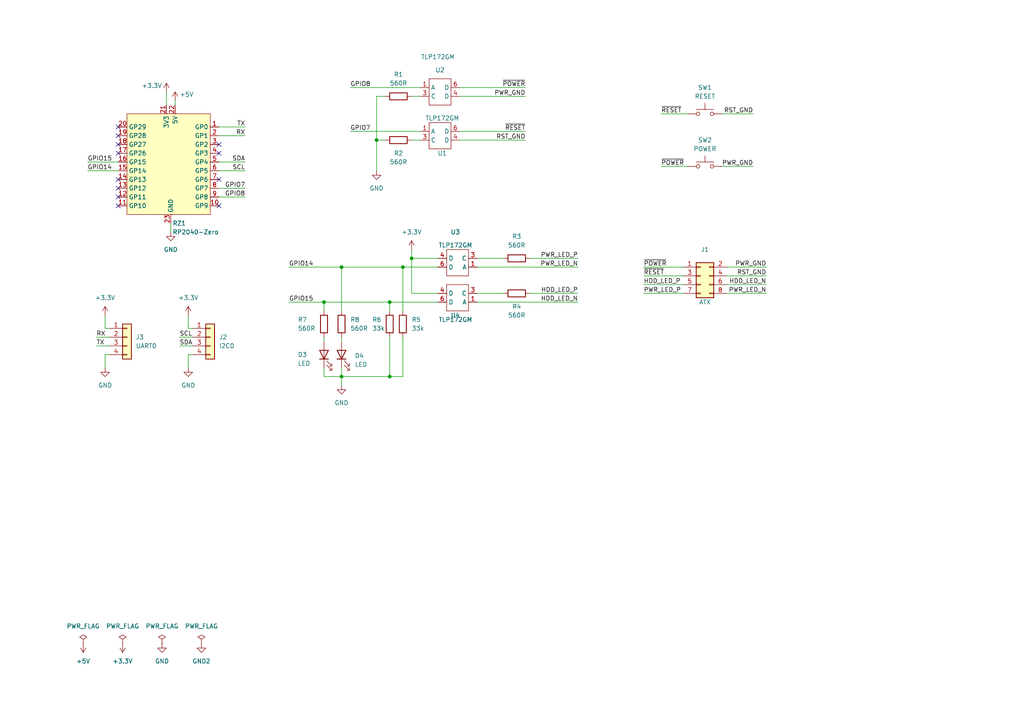
<source format=kicad_sch>
(kicad_sch (version 20230121) (generator eeschema)
  (paper "A4")
  (title_block (title "USB-ATX-CTRL") (date "2023-01-25") (rev "1.1") (comment 1 "R5 and R6 can be omitted if the internal pull-downs are enabled in the firmware"))
  (lib_symbols
    (symbol "000:RP2040-Zero"
      (property "Reference" "RZ" (at 0 0 0))
      (property "Value" "RP2040-Zero" (at 0 -2.54 0))
      (symbol "RP2040-Zero_0_1"
        (rectangle (start -11.43 -15.24) (end 12.7 13.97) (fill (type background)))
      )
      (symbol "RP2040-Zero_1_1"
        (pin bidirectional line (at -13.97 10.16 0) (length 2.54) (name "GP0") (number "1"))
        (pin bidirectional line (at -13.97 -12.7 0) (length 2.54) (name "GP9") (number "10"))
        (pin bidirectional line (at 15.24 -12.7 180) (length 2.54) (name "GP10") (number "11"))
        (pin bidirectional line (at 15.24 -10.16 180) (length 2.54) (name "GP11") (number "12"))
        (pin bidirectional line (at 15.24 -7.62 180) (length 2.54) (name "GP12") (number "13"))
        (pin bidirectional line (at 15.24 -5.08 180) (length 2.54) (name "GP13") (number "14"))
        (pin bidirectional line (at 15.24 -2.54 180) (length 2.54) (name "GP14") (number "15"))
        (pin bidirectional line (at 15.24 0 180) (length 2.54) (name "GP15") (number "16"))
        (pin bidirectional line (at 15.24 2.54 180) (length 2.54) (name "GP26") (number "17"))
        (pin bidirectional line (at 15.24 5.08 180) (length 2.54) (name "GP27") (number "18"))
        (pin bidirectional line (at 15.24 7.62 180) (length 2.54) (name "GP28") (number "19"))
        (pin bidirectional line (at -13.97 7.62 0) (length 2.54) (name "GP1") (number "2"))
        (pin bidirectional line (at 15.24 10.16 180) (length 2.54) (name "GP29") (number "20"))
        (pin power_in line (at 1.27 16.51 270) (length 2.54) (name "3V3") (number "21"))
        (pin power_in line (at -1.27 16.51 270) (length 2.54) (name "5V") (number "22"))
        (pin power_in line (at 0 -17.78 90) (length 2.54) (name "GND") (number "23"))
        (pin bidirectional line (at -13.97 5.08 0) (length 2.54) (name "GP2") (number "3"))
        (pin bidirectional line (at -13.97 2.54 0) (length 2.54) (name "GP3") (number "4"))
        (pin bidirectional line (at -13.97 0 0) (length 2.54) (name "GP4") (number "5"))
        (pin bidirectional line (at -13.97 -2.54 0) (length 2.54) (name "GP5") (number "6"))
        (pin bidirectional line (at -13.97 -5.08 0) (length 2.54) (name "GP6") (number "7"))
        (pin bidirectional line (at -13.97 -7.62 0) (length 2.54) (name "GP7") (number "8"))
        (pin bidirectional line (at -13.97 -10.16 0) (length 2.54) (name "GP8") (number "9"))
      )
    )
    (symbol "000:TLP172GM"
      (property "Reference" "U" (at 0 1.27 0))
      (property "Value" "TLP172GM" (at 0 -1.27 0))
      (symbol "TLP172GM_0_1"
        (rectangle (start -3.81 -2.54) (end 2.54 -10.16))
      )
      (symbol "TLP172GM_1_1"
        (pin input line (at -6.35 -5.08 0) (length 2.54) (name "A") (number "1"))
        (pin input line (at -6.35 -7.62 0) (length 2.54) (name "C") (number "3"))
        (pin output line (at 5.08 -7.62 180) (length 2.54) (name "D") (number "4"))
        (pin output line (at 5.08 -5.08 180) (length 2.54) (name "D") (number "6"))
      )
    )
    (symbol "Connector_Generic:Conn_01x04" (pin_names (offset 1.016) hide)
      (property "Reference" "J" (at 0 5.08 0))
      (property "Value" "Conn_01x04" (at 0 -7.62 0))
      (symbol "Conn_01x04_1_1"
        (rectangle (start -1.27 -4.953) (end 0 -5.207) (stroke (width 0.1524)))
        (rectangle (start -1.27 -2.413) (end 0 -2.667) (stroke (width 0.1524)))
        (rectangle (start -1.27 0.127) (end 0 -0.127) (stroke (width 0.1524)))
        (rectangle (start -1.27 2.667) (end 0 2.413) (stroke (width 0.1524)))
        (rectangle (start -1.27 3.81) (end 1.27 -6.35) (stroke (width 0.254)) (fill (type background)))
        (pin passive line (at -5.08 2.54 0) (length 3.81) (name "Pin_1") (number "1"))
        (pin passive line (at -5.08 0 0) (length 3.81) (name "Pin_2") (number "2"))
        (pin passive line (at -5.08 -2.54 0) (length 3.81) (name "Pin_3") (number "3"))
        (pin passive line (at -5.08 -5.08 0) (length 3.81) (name "Pin_4") (number "4"))
      )
    )
    (symbol "Connector_Generic:Conn_02x04_Odd_Even" (pin_names (offset 1.016) hide)
      (property "Reference" "J" (at 1.27 5.08 0))
      (property "Value" "Conn_02x04_Odd_Even" (at 1.27 -7.62 0))
      (symbol "Conn_02x04_Odd_Even_1_1"
        (rectangle (start -1.27 -4.953) (end 0 -5.207) (stroke (width 0.1524)))
        (rectangle (start -1.27 -2.413) (end 0 -2.667) (stroke (width 0.1524)))
        (rectangle (start -1.27 0.127) (end 0 -0.127) (stroke (width 0.1524)))
        (rectangle (start -1.27 2.667) (end 0 2.413) (stroke (width 0.1524)))
        (rectangle (start -1.27 3.81) (end 3.81 -6.35) (stroke (width 0.254)) (fill (type background)))
        (rectangle (start 3.81 -4.953) (end 2.54 -5.207) (stroke (width 0.1524)))
        (rectangle (start 3.81 -2.413) (end 2.54 -2.667) (stroke (width 0.1524)))
        (rectangle (start 3.81 0.127) (end 2.54 -0.127) (stroke (width 0.1524)))
        (rectangle (start 3.81 2.667) (end 2.54 2.413) (stroke (width 0.1524)))
        (pin passive line (at -5.08 2.54 0) (length 3.81) (name "Pin_1") (number "1"))
        (pin passive line (at 7.62 2.54 180) (length 3.81) (name "Pin_2") (number "2"))
        (pin passive line (at -5.08 0 0) (length 3.81) (name "Pin_3") (number "3"))
        (pin passive line (at 7.62 0 180) (length 3.81) (name "Pin_4") (number "4"))
        (pin passive line (at -5.08 -2.54 0) (length 3.81) (name "Pin_5") (number "5"))
        (pin passive line (at 7.62 -2.54 180) (length 3.81) (name "Pin_6") (number "6"))
        (pin passive line (at -5.08 -5.08 0) (length 3.81) (name "Pin_7") (number "7"))
        (pin passive line (at 7.62 -5.08 180) (length 3.81) (name "Pin_8") (number "8"))
      )
    )
    (symbol "Device:LED" (pin_numbers hide) (pin_names (offset 1.016) hide)
      (property "Reference" "D" (at 0 2.54 0))
      (property "Value" "LED" (at 0 -2.54 0))
      (symbol "LED_0_1"
        (polyline (pts (xy -1.27 -1.27) (xy -1.27 1.27)) (stroke (width 0.254)))
        (polyline (pts (xy -1.27 0) (xy 1.27 0)))
        (polyline (pts (xy 1.27 -1.27) (xy 1.27 1.27) (xy -1.27 0) (xy 1.27 -1.27)) (stroke (width 0.254)))
        (polyline (pts (xy -3.048 -0.762) (xy -4.572 -2.286) (xy -3.81 -2.286) (xy -4.572 -2.286) (xy -4.572 -1.524)))
        (polyline (pts (xy -1.778 -0.762) (xy -3.302 -2.286) (xy -2.54 -2.286) (xy -3.302 -2.286) (xy -3.302 -1.524)))
      )
      (symbol "LED_1_1"
        (pin passive line (at -3.81 0 0) (length 2.54) (name "K") (number "1"))
        (pin passive line (at 3.81 0 180) (length 2.54) (name "A") (number "2"))
      )
    )
    (symbol "Device:R" (pin_numbers hide) (pin_names (offset 0))
      (property "Reference" "R" (at 2.032 0 90))
      (property "Value" "R" (at 0 0 90))
      (symbol "R_0_1"
        (rectangle (start -1.016 -2.54) (end 1.016 2.54) (stroke (width 0.254)))
      )
      (symbol "R_1_1"
        (pin passive line (at 0 3.81 270) (length 1.27) (name "~") (number "1"))
        (pin passive line (at 0 -3.81 90) (length 1.27) (name "~") (number "2"))
      )
    )
    (symbol "Switch:SW_Push" (pin_numbers hide) (pin_names (offset 1.016) hide)
      (property "Reference" "SW" (at 1.27 2.54 0))
      (property "Value" "SW_Push" (at 0 -1.524 0))
      (symbol "SW_Push_0_1"
        (circle (center -2.032 0) (radius 0.508))
        (polyline (pts (xy 0 1.27) (xy 0 3.048)))
        (polyline (pts (xy 2.54 1.27) (xy -2.54 1.27)))
        (circle (center 2.032 0) (radius 0.508))
        (pin passive line (at -5.08 0 0) (length 2.54) (name "1") (number "1"))
        (pin passive line (at 5.08 0 180) (length 2.54) (name "2") (number "2"))
      )
    )
    (symbol "power:+3.3V" (power) (pin_names (offset 0))
      (property "Value" "+3.3V" (at 0 3.556 0))
      (symbol "+3.3V_0_1"
        (polyline (pts (xy -0.762 1.27) (xy 0 2.54)))
        (polyline (pts (xy 0 0) (xy 0 2.54)))
        (polyline (pts (xy 0 2.54) (xy 0.762 1.27)))
      )
      (symbol "+3.3V_1_1"
        (pin power_in line (at 0 0 90) (length 0) hide (name "+3.3V") (number "1"))
      )
    )
    (symbol "power:+5V" (power) (pin_names (offset 0))
      (property "Value" "+5V" (at 0 3.556 0))
      (symbol "+5V_0_1"
        (polyline (pts (xy -0.762 1.27) (xy 0 2.54)))
        (polyline (pts (xy 0 0) (xy 0 2.54)))
        (polyline (pts (xy 0 2.54) (xy 0.762 1.27)))
      )
      (symbol "+5V_1_1"
        (pin power_in line (at 0 0 90) (length 0) hide (name "+5V") (number "1"))
      )
    )
    (symbol "power:GND" (power) (pin_names (offset 0))
      (property "Value" "GND" (at 0 -3.81 0))
      (symbol "GND_0_1"
        (polyline (pts (xy 0 0) (xy 0 -1.27) (xy 1.27 -1.27) (xy 0 -2.54) (xy -1.27 -1.27) (xy 0 -1.27)))
      )
      (symbol "GND_1_1"
        (pin power_in line (at 0 0 270) (length 0) hide (name "GND") (number "1"))
      )
    )
    (symbol "power:GND2" (power) (pin_names (offset 0))
      (property "Value" "GND2" (at 0 -3.81 0))
      (symbol "GND2_0_1"
        (polyline (pts (xy 0 0) (xy 0 -1.27) (xy 1.27 -1.27) (xy 0 -2.54) (xy -1.27 -1.27) (xy 0 -1.27)))
      )
      (symbol "GND2_1_1"
        (pin power_in line (at 0 0 270) (length 0) hide (name "GND2") (number "1"))
      )
    )
    (symbol "power:PWR_FLAG" (power) (pin_numbers hide) (pin_names (offset 0) hide)
      (property "Value" "PWR_FLAG" (at 0 3.81 0))
      (symbol "PWR_FLAG_0_0"
        (pin power_out line (at 0 0 90) (length 0) (name "pwr") (number "1"))
      )
      (symbol "PWR_FLAG_0_1"
        (polyline (pts (xy 0 0) (xy 0 1.27) (xy -1.016 1.905) (xy 0 2.54) (xy 1.016 1.905) (xy 0 1.27)))
      )
    )
  )
  (junction (at 113.03 87.63))
  (junction (at 109.22 40.64))
  (junction (at 99.06 109.22))
  (junction (at 99.06 77.47))
  (junction (at 113.03 109.22))
  (junction (at 93.98 87.63))
  (junction (at 119.38 74.93))
  (junction (at 116.84 77.47))
  (no_connect (at 63.5 41.91))
  (no_connect (at 63.5 44.45))
  (no_connect (at 34.29 59.69))
  (no_connect (at 34.29 41.91))
  (no_connect (at 34.29 54.61))
  (no_connect (at 34.29 44.45))
  (no_connect (at 34.29 57.15))
  (no_connect (at 34.29 36.83))
  (no_connect (at 63.5 59.69))
  (no_connect (at 34.29 39.37))
  (no_connect (at 34.29 52.07))
  (no_connect (at 63.5 52.07))
  (wire (pts (xy 55.88 102.87) (xy 54.61 102.87)))
  (wire (pts (xy 138.43 85.09) (xy 146.05 85.09)))
  (wire (pts (xy 109.22 40.64) (xy 111.76 40.64)))
  (wire (pts (xy 54.61 102.87) (xy 54.61 106.68)))
  (wire (pts (xy 50.8 29.21) (xy 50.8 30.48)))
  (wire (pts (xy 210.82 85.09) (xy 222.25 85.09)))
  (wire (pts (xy 25.4 46.99) (xy 34.29 46.99)))
  (wire (pts (xy 101.6 38.1) (xy 121.92 38.1)))
  (wire (pts (xy 27.94 97.79) (xy 31.75 97.79)))
  (wire (pts (xy 191.77 33.02) (xy 199.39 33.02)))
  (wire (pts (xy 30.48 91.44) (xy 30.48 95.25)))
  (wire (pts (xy 210.82 77.47) (xy 222.25 77.47)))
  (wire (pts (xy 54.61 91.44) (xy 54.61 95.25)))
  (wire (pts (xy 119.38 85.09) (xy 127 85.09)))
  (wire (pts (xy 210.82 80.01) (xy 222.25 80.01)))
  (wire (pts (xy 30.48 95.25) (xy 31.75 95.25)))
  (wire (pts (xy 191.77 48.26) (xy 199.39 48.26)))
  (wire (pts (xy 119.38 74.93) (xy 127 74.93)))
  (wire (pts (xy 138.43 87.63) (xy 167.64 87.63)))
  (wire (pts (xy 113.03 87.63) (xy 113.03 90.17)))
  (wire (pts (xy 83.82 87.63) (xy 93.98 87.63)))
  (wire (pts (xy 25.4 49.53) (xy 34.29 49.53)))
  (wire (pts (xy 99.06 77.47) (xy 99.06 90.17)))
  (wire (pts (xy 186.69 85.09) (xy 198.12 85.09)))
  (wire (pts (xy 138.43 77.47) (xy 167.64 77.47)))
  (wire (pts (xy 30.48 102.87) (xy 30.48 106.68)))
  (wire (pts (xy 116.84 109.22) (xy 113.03 109.22)))
  (wire (pts (xy 52.07 97.79) (xy 55.88 97.79)))
  (wire (pts (xy 119.38 72.39) (xy 119.38 74.93)))
  (wire (pts (xy 83.82 77.47) (xy 99.06 77.47)))
  (wire (pts (xy 63.5 39.37) (xy 71.12 39.37)))
  (wire (pts (xy 116.84 97.79) (xy 116.84 109.22)))
  (wire (pts (xy 116.84 77.47) (xy 127 77.47)))
  (wire (pts (xy 99.06 77.47) (xy 116.84 77.47)))
  (wire (pts (xy 27.94 100.33) (xy 31.75 100.33)))
  (wire (pts (xy 31.75 102.87) (xy 30.48 102.87)))
  (wire (pts (xy 116.84 77.47) (xy 116.84 90.17)))
  (wire (pts (xy 52.07 100.33) (xy 55.88 100.33)))
  (wire (pts (xy 109.22 40.64) (xy 109.22 49.53)))
  (wire (pts (xy 119.38 74.93) (xy 119.38 85.09)))
  (wire (pts (xy 133.35 38.1) (xy 152.4 38.1)))
  (wire (pts (xy 99.06 109.22) (xy 113.03 109.22)))
  (wire (pts (xy 63.5 57.15) (xy 71.12 57.15)))
  (wire (pts (xy 63.5 46.99) (xy 71.12 46.99)))
  (wire (pts (xy 133.35 40.64) (xy 152.4 40.64)))
  (wire (pts (xy 101.6 25.4) (xy 121.92 25.4)))
  (wire (pts (xy 99.06 106.68) (xy 99.06 109.22)))
  (wire (pts (xy 186.69 80.01) (xy 198.12 80.01)))
  (wire (pts (xy 119.38 40.64) (xy 121.92 40.64)))
  (wire (pts (xy 113.03 87.63) (xy 127 87.63)))
  (wire (pts (xy 93.98 87.63) (xy 113.03 87.63)))
  (wire (pts (xy 93.98 106.68) (xy 93.98 109.22)))
  (wire (pts (xy 153.67 85.09) (xy 167.64 85.09)))
  (wire (pts (xy 138.43 74.93) (xy 146.05 74.93)))
  (wire (pts (xy 209.55 33.02) (xy 218.44 33.02)))
  (wire (pts (xy 63.5 36.83) (xy 71.12 36.83)))
  (wire (pts (xy 49.53 67.31) (xy 49.53 64.77)))
  (wire (pts (xy 133.35 25.4) (xy 152.4 25.4)))
  (wire (pts (xy 109.22 27.94) (xy 111.76 27.94)))
  (wire (pts (xy 93.98 109.22) (xy 99.06 109.22)))
  (wire (pts (xy 93.98 87.63) (xy 93.98 90.17)))
  (wire (pts (xy 109.22 27.94) (xy 109.22 40.64)))
  (wire (pts (xy 209.55 48.26) (xy 218.44 48.26)))
  (wire (pts (xy 186.69 82.55) (xy 198.12 82.55)))
  (wire (pts (xy 63.5 49.53) (xy 71.12 49.53)))
  (wire (pts (xy 113.03 97.79) (xy 113.03 109.22)))
  (wire (pts (xy 93.98 99.06) (xy 93.98 97.79)))
  (wire (pts (xy 210.82 82.55) (xy 222.25 82.55)))
  (wire (pts (xy 99.06 99.06) (xy 99.06 97.79)))
  (wire (pts (xy 48.26 26.67) (xy 48.26 30.48)))
  (wire (pts (xy 133.35 27.94) (xy 152.4 27.94)))
  (wire (pts (xy 99.06 109.22) (xy 99.06 111.76)))
  (wire (pts (xy 63.5 54.61) (xy 71.12 54.61)))
  (wire (pts (xy 54.61 95.25) (xy 55.88 95.25)))
  (wire (pts (xy 186.69 77.47) (xy 198.12 77.47)))
  (wire (pts (xy 153.67 74.93) (xy 167.64 74.93)))
  (wire (pts (xy 119.38 27.94) (xy 121.92 27.94)))
  (label "TX" (at 71.12 36.83 180))
  (label "PWR_LED_P" (at 186.69 85.09 0))
  (label "RST_GND" (at 218.44 33.02 180))
  (label "GPIO15" (at 25.4 46.99 0))
  (label "HDD_LED_P" (at 186.69 82.55 0))
  (label "GPIO14" (at 25.4 49.53 0))
  (label "RST_GND" (at 222.25 80.01 180))
  (label "GPIO7" (at 71.12 54.61 180))
  (label "GPIO8" (at 101.6 25.4 0))
  (label "SDA" (at 52.07 100.33 0))
  (label "HDD_LED_P" (at 167.64 85.09 180))
  (label "~{POWER}" (at 191.77 48.26 0))
  (label "PWR_LED_N" (at 167.64 77.47 180))
  (label "GPIO15" (at 83.82 87.63 0))
  (label "~{RESET}" (at 191.77 33.02 0))
  (label "~{POWER}" (at 186.69 77.47 0))
  (label "PWR_LED_N" (at 222.25 85.09 180))
  (label "~{RESET}" (at 152.4 38.1 180))
  (label "PWR_LED_P" (at 167.64 74.93 180))
  (label "RST_GND" (at 152.4 40.64 180))
  (label "SDA" (at 71.12 46.99 180))
  (label "SCL" (at 71.12 49.53 180))
  (label "PWR_GND" (at 218.44 48.26 180))
  (label "RX" (at 71.12 39.37 180))
  (label "~{RESET}" (at 186.69 80.01 0))
  (label "~{POWER}" (at 152.4 25.4 180))
  (label "SCL" (at 52.07 97.79 0))
  (label "RX" (at 27.94 97.79 0))
  (label "HDD_LED_N" (at 167.64 87.63 180))
  (label "PWR_GND" (at 222.25 77.47 180))
  (label "HDD_LED_N" (at 222.25 82.55 180))
  (label "TX" (at 27.94 100.33 0))
  (label "GPIO7" (at 101.6 38.1 0))
  (label "PWR_GND" (at 152.4 27.94 180))
  (label "GPIO8" (at 71.12 57.15 180))
  (label "GPIO14" (at 83.82 77.47 0))
  (symbol (lib_id "Device:R") (at 149.86 74.93 90) (unit 1)
    (property "Reference" "R3" (at 149.86 68.58 90))
    (property "Value" "560R" (at 149.86 71.12 90))
    (property "Footprint" "Resistor_SMD:R_0603_1608Metric" (effects hide))
  )
  (symbol (lib_id "power:PWR_FLAG") (at 46.99 186.69 0) (unit 1)
    (property "Reference" "#FLG0102" (effects hide))
    (property "Value" "PWR_FLAG" (at 46.99 181.61 0))
  )
  (symbol (lib_id "Switch:SW_Push") (at 204.47 33.02 0) (unit 1)
    (property "Reference" "SW1" (at 204.47 25.4 0))
    (property "Value" "RESET" (at 204.47 27.94 0))
    (property "Footprint" "Button_Switch_THT:SW_PUSH_6mm" (effects hide))
  )
  (symbol (lib_id "Device:R") (at 99.06 93.98 180) (unit 1)
    (property "Reference" "R8" (at 101.6 92.7099 0) (effects (justify right)))
    (property "Value" "560R" (at 101.6 95.2499 0) (effects (justify right)))
    (property "Footprint" "Resistor_SMD:R_0603_1608Metric" (effects hide))
  )
  (symbol (lib_id "power:+3.3V") (at 119.38 72.39 0) (unit 1)
    (property "Reference" "#PWR0101" (effects hide))
    (property "Value" "+3.3V" (at 119.38 67.31 0))
  )
  (symbol (lib_id "power:+3.3V") (at 35.56 186.69 180) (unit 1)
    (property "Reference" "#PWR0113" (effects hide))
    (property "Value" "+3.3V" (at 35.56 191.77 0))
  )
  (symbol (lib_id "power:GND") (at 49.53 67.31 0) (unit 1)
    (property "Reference" "#PWR0107" (effects hide))
    (property "Value" "GND" (at 49.53 72.39 0))
  )
  (symbol (lib_id "000:TLP172GM") (at 128.27 20.32 0) (unit 1)
    (property "Reference" "U2" (at 127.635 20.32 0))
    (property "Value" "TLP172GM" (at 127 16.51 0))
    (property "Footprint" "000:TLP172GM" (effects hide))
  )
  (symbol (lib_id "Device:R") (at 115.57 40.64 90) (unit 1)
    (property "Reference" "R2" (at 115.57 44.45 90))
    (property "Value" "560R" (at 115.57 46.99 90))
    (property "Footprint" "Resistor_SMD:R_0603_1608Metric" (effects hide))
  )
  (symbol (lib_id "power:GND") (at 30.48 106.68 0) (unit 1)
    (property "Reference" "#PWR0104" (effects hide))
    (property "Value" "GND" (at 30.48 111.76 0))
  )
  (symbol (lib_id "power:+3.3V") (at 48.26 26.67 0) (mirror y) (unit 1)
    (property "Reference" "#PWR0106" (effects hide))
    (property "Value" "+3.3V" (at 46.99 24.13 0) (effects (justify left top)))
  )
  (symbol (lib_id "power:GND") (at 54.61 106.68 0) (unit 1)
    (property "Reference" "#PWR0108" (effects hide))
    (property "Value" "GND" (at 54.61 111.76 0))
  )
  (symbol (lib_id "Device:R") (at 113.03 93.98 180) (unit 1)
    (property "Reference" "R6" (at 107.95 92.71 0) (effects (justify right)))
    (property "Value" "33k" (at 107.95 95.25 0) (effects (justify right)))
    (property "Footprint" "Resistor_SMD:R_0603_1608Metric" (effects hide))
  )
  (symbol (lib_id "Device:R") (at 115.57 27.94 90) (unit 1)
    (property "Reference" "R1" (at 115.57 21.59 90))
    (property "Value" "560R" (at 115.57 24.13 90))
    (property "Footprint" "Resistor_SMD:R_0603_1608Metric" (effects hide))
  )
  (symbol (lib_id "Device:LED") (at 99.06 102.87 90) (unit 1)
    (property "Reference" "D4" (at 102.87 103.1874 90) (effects (justify right)))
    (property "Value" "LED" (at 102.87 105.7274 90) (effects (justify right)))
    (property "Footprint" "LED_SMD:LED_0603_1608Metric" (effects hide))
  )
  (symbol (lib_id "power:+5V") (at 24.13 186.69 180) (unit 1)
    (property "Reference" "#PWR0115" (effects hide))
    (property "Value" "+5V" (at 24.13 191.77 0))
  )
  (symbol (lib_id "power:GND") (at 46.99 186.69 0) (unit 1)
    (property "Reference" "#PWR0112" (effects hide))
    (property "Value" "GND" (at 46.99 191.77 0))
  )
  (symbol (lib_id "Device:R") (at 149.86 85.09 90) (unit 1)
    (property "Reference" "R4" (at 149.86 88.9 90))
    (property "Value" "560R" (at 149.86 91.44 90))
    (property "Footprint" "Resistor_SMD:R_0603_1608Metric" (effects hide))
  )
  (symbol (lib_id "power:+3.3V") (at 54.61 91.44 0) (mirror y) (unit 1)
    (property "Reference" "#PWR0109" (effects hide))
    (property "Value" "+3.3V" (at 54.61 86.36 0))
  )
  (symbol (lib_id "000:TLP172GM") (at 132.08 92.71 180) (unit 1)
    (property "Reference" "U4" (at 132.08 91.44 0))
    (property "Value" "TLP172GM" (at 132.08 92.71 0))
    (property "Footprint" "000:TLP172GM" (effects hide))
  )
  (symbol (lib_id "Device:LED") (at 93.98 102.87 90) (unit 1)
    (property "Reference" "D3" (at 86.36 102.87 90) (effects (justify right)))
    (property "Value" "LED" (at 86.36 105.41 90) (effects (justify right)))
    (property "Footprint" "LED_SMD:LED_0603_1608Metric" (effects hide))
  )
  (symbol (lib_id "Connector_Generic:Conn_01x04") (at 60.96 97.79 0) (unit 1)
    (property "Reference" "J2" (at 63.5 97.7899 0) (effects (justify left)))
    (property "Value" "I2C0" (at 63.5 100.3299 0) (effects (justify left)))
    (property "Footprint" "Connector_PinHeader_2.54mm:PinHeader_1x04_P2.54mm_Vertical" (effects hide))
  )
  (symbol (lib_id "Connector_Generic:Conn_01x04") (at 36.83 97.79 0) (unit 1)
    (property "Reference" "J3" (at 39.37 97.7899 0) (effects (justify left)))
    (property "Value" "UART0" (at 39.37 100.3299 0) (effects (justify left)))
    (property "Footprint" "Connector_PinHeader_2.54mm:PinHeader_1x04_P2.54mm_Vertical" (effects hide))
  )
  (symbol (lib_id "power:PWR_FLAG") (at 35.56 186.69 0) (unit 1)
    (property "Reference" "#FLG0101" (effects hide))
    (property "Value" "PWR_FLAG" (at 35.56 181.61 0))
  )
  (symbol (lib_id "Connector_Generic:Conn_02x04_Odd_Even") (at 203.2 80.01 0) (unit 1)
    (property "Reference" "J1" (at 204.47 72.39 0))
    (property "Value" "ATX" (at 204.47 87.63 0))
    (property "Footprint" "Connector_IDC:IDC-Header_2x04_P2.54mm_Horizontal" (effects hide))
  )
  (symbol (lib_id "power:GND") (at 109.22 49.53 0) (unit 1)
    (property "Reference" "#PWR0103" (effects hide))
    (property "Value" "GND" (at 109.22 54.61 0))
  )
  (symbol (lib_id "power:GND") (at 99.06 111.76 0) (unit 1)
    (property "Reference" "#PWR0111" (effects hide))
    (property "Value" "GND" (at 99.06 116.84 0))
  )
  (symbol (lib_id "power:PWR_FLAG") (at 58.42 186.69 0) (unit 1)
    (property "Reference" "#FLG0103" (effects hide))
    (property "Value" "PWR_FLAG" (at 58.42 181.61 0))
  )
  (symbol (lib_id "power:PWR_FLAG") (at 24.13 186.69 0) (unit 1)
    (property "Reference" "#FLG0104" (effects hide))
    (property "Value" "PWR_FLAG" (at 24.13 181.61 0))
  )
  (symbol (lib_id "power:+3.3V") (at 30.48 91.44 0) (mirror y) (unit 1)
    (property "Reference" "#PWR0110" (effects hide))
    (property "Value" "+3.3V" (at 30.48 86.36 0))
  )
  (symbol (lib_id "Device:R") (at 93.98 93.98 180) (unit 1)
    (property "Reference" "R7" (at 86.36 92.71 0) (effects (justify right)))
    (property "Value" "560R" (at 86.36 95.25 0) (effects (justify right)))
    (property "Footprint" "Resistor_SMD:R_0603_1608Metric" (effects hide))
  )
  (symbol (lib_id "000:TLP172GM") (at 128.27 33.02 0) (unit 1)
    (property "Reference" "U1" (at 128.27 44.45 0))
    (property "Value" "TLP172GM" (at 128.27 34.29 0))
    (property "Footprint" "000:TLP172GM" (effects hide))
  )
  (symbol (lib_id "power:GND2") (at 58.42 186.69 0) (unit 1)
    (property "Reference" "#PWR0114" (effects hide))
    (property "Value" "GND2" (at 58.42 191.77 0))
  )
  (symbol (lib_id "000:TLP172GM") (at 132.08 82.55 180) (unit 1)
    (property "Reference" "U3" (at 132.08 67.31 0))
    (property "Value" "TLP172GM" (at 132.08 71.12 0))
    (property "Footprint" "000:TLP172GM" (effects hide))
  )
  (symbol (lib_id "Switch:SW_Push") (at 204.47 48.26 0) (unit 1)
    (property "Reference" "SW2" (at 204.47 40.64 0))
    (property "Value" "POWER" (at 204.47 43.18 0))
    (property "Footprint" "Button_Switch_THT:SW_PUSH_6mm" (effects hide))
  )
  (symbol (lib_id "Device:R") (at 116.84 93.98 180) (unit 1)
    (property "Reference" "R5" (at 119.38 92.7099 0) (effects (justify right)))
    (property "Value" "33k" (at 119.38 95.2499 0) (effects (justify right)))
    (property "Footprint" "Resistor_SMD:R_0603_1608Metric" (effects hide))
  )
  (symbol (lib_id "power:+5V") (at 50.8 29.21 0) (unit 1)
    (property "Reference" "#PWR0116" (effects hide))
    (property "Value" "+5V" (at 52.07 26.67 0) (effects (justify left top)))
  )
  (symbol (lib_id "000:RP2040-Zero") (at 49.53 46.99 0) (mirror y) (unit 1)
    (property "Reference" "RZ1" (at 50.0506 64.77 0) (effects (justify right)))
    (property "Value" "RP2040-Zero" (at 50.0506 67.31 0) (effects (justify right)))
    (property "Footprint" "000:RP2040-Zero" (effects hide))
  )
)
</source>
